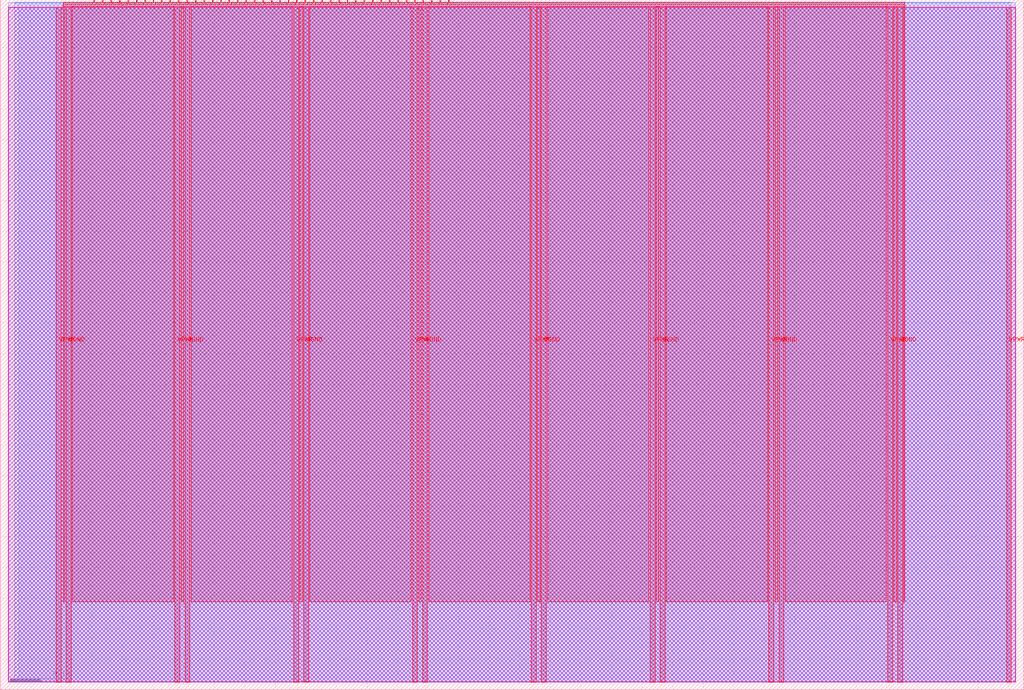
<source format=lef>
VERSION 5.7 ;
  NOWIREEXTENSIONATPIN ON ;
  DIVIDERCHAR "/" ;
  BUSBITCHARS "[]" ;
MACRO tt_um_toivoh_pwl_synth
  CLASS BLOCK ;
  FOREIGN tt_um_toivoh_pwl_synth ;
  ORIGIN 0.000 0.000 ;
  SIZE 334.880 BY 225.760 ;
  PIN VGND
    DIRECTION INOUT ;
    USE GROUND ;
    PORT
      LAYER met4 ;
        RECT 21.580 2.480 23.180 223.280 ;
    END
    PORT
      LAYER met4 ;
        RECT 60.450 2.480 62.050 223.280 ;
    END
    PORT
      LAYER met4 ;
        RECT 99.320 2.480 100.920 223.280 ;
    END
    PORT
      LAYER met4 ;
        RECT 138.190 2.480 139.790 223.280 ;
    END
    PORT
      LAYER met4 ;
        RECT 177.060 2.480 178.660 223.280 ;
    END
    PORT
      LAYER met4 ;
        RECT 215.930 2.480 217.530 223.280 ;
    END
    PORT
      LAYER met4 ;
        RECT 254.800 2.480 256.400 223.280 ;
    END
    PORT
      LAYER met4 ;
        RECT 293.670 2.480 295.270 223.280 ;
    END
  END VGND
  PIN VPWR
    DIRECTION INOUT ;
    USE POWER ;
    PORT
      LAYER met4 ;
        RECT 18.280 2.480 19.880 223.280 ;
    END
    PORT
      LAYER met4 ;
        RECT 57.150 2.480 58.750 223.280 ;
    END
    PORT
      LAYER met4 ;
        RECT 96.020 2.480 97.620 223.280 ;
    END
    PORT
      LAYER met4 ;
        RECT 134.890 2.480 136.490 223.280 ;
    END
    PORT
      LAYER met4 ;
        RECT 173.760 2.480 175.360 223.280 ;
    END
    PORT
      LAYER met4 ;
        RECT 212.630 2.480 214.230 223.280 ;
    END
    PORT
      LAYER met4 ;
        RECT 251.500 2.480 253.100 223.280 ;
    END
    PORT
      LAYER met4 ;
        RECT 290.370 2.480 291.970 223.280 ;
    END
    PORT
      LAYER met4 ;
        RECT 329.240 2.480 330.840 223.280 ;
    END
  END VPWR
  PIN clk
    DIRECTION INPUT ;
    USE SIGNAL ;
    ANTENNAGATEAREA 0.852000 ;
    PORT
      LAYER met4 ;
        RECT 143.830 224.760 144.130 225.760 ;
    END
  END clk
  PIN ena
    DIRECTION INPUT ;
    USE SIGNAL ;
    PORT
      LAYER met4 ;
        RECT 146.590 224.760 146.890 225.760 ;
    END
  END ena
  PIN rst_n
    DIRECTION INPUT ;
    USE SIGNAL ;
    ANTENNAGATEAREA 0.213000 ;
    PORT
      LAYER met4 ;
        RECT 141.070 224.760 141.370 225.760 ;
    END
  END rst_n
  PIN ui_in[0]
    DIRECTION INPUT ;
    USE SIGNAL ;
    ANTENNAGATEAREA 0.196500 ;
    PORT
      LAYER met4 ;
        RECT 138.310 224.760 138.610 225.760 ;
    END
  END ui_in[0]
  PIN ui_in[1]
    DIRECTION INPUT ;
    USE SIGNAL ;
    ANTENNAGATEAREA 0.196500 ;
    PORT
      LAYER met4 ;
        RECT 135.550 224.760 135.850 225.760 ;
    END
  END ui_in[1]
  PIN ui_in[2]
    DIRECTION INPUT ;
    USE SIGNAL ;
    ANTENNAGATEAREA 0.196500 ;
    PORT
      LAYER met4 ;
        RECT 132.790 224.760 133.090 225.760 ;
    END
  END ui_in[2]
  PIN ui_in[3]
    DIRECTION INPUT ;
    USE SIGNAL ;
    ANTENNAGATEAREA 0.196500 ;
    PORT
      LAYER met4 ;
        RECT 130.030 224.760 130.330 225.760 ;
    END
  END ui_in[3]
  PIN ui_in[4]
    DIRECTION INPUT ;
    USE SIGNAL ;
    ANTENNAGATEAREA 0.126000 ;
    PORT
      LAYER met4 ;
        RECT 127.270 224.760 127.570 225.760 ;
    END
  END ui_in[4]
  PIN ui_in[5]
    DIRECTION INPUT ;
    USE SIGNAL ;
    ANTENNAGATEAREA 0.213000 ;
    PORT
      LAYER met4 ;
        RECT 124.510 224.760 124.810 225.760 ;
    END
  END ui_in[5]
  PIN ui_in[6]
    DIRECTION INPUT ;
    USE SIGNAL ;
    ANTENNAGATEAREA 0.213000 ;
    PORT
      LAYER met4 ;
        RECT 121.750 224.760 122.050 225.760 ;
    END
  END ui_in[6]
  PIN ui_in[7]
    DIRECTION INPUT ;
    USE SIGNAL ;
    ANTENNAGATEAREA 0.213000 ;
    PORT
      LAYER met4 ;
        RECT 118.990 224.760 119.290 225.760 ;
    END
  END ui_in[7]
  PIN uio_in[0]
    DIRECTION INPUT ;
    USE SIGNAL ;
    ANTENNAGATEAREA 0.196500 ;
    PORT
      LAYER met4 ;
        RECT 116.230 224.760 116.530 225.760 ;
    END
  END uio_in[0]
  PIN uio_in[1]
    DIRECTION INPUT ;
    USE SIGNAL ;
    ANTENNAGATEAREA 0.196500 ;
    PORT
      LAYER met4 ;
        RECT 113.470 224.760 113.770 225.760 ;
    END
  END uio_in[1]
  PIN uio_in[2]
    DIRECTION INPUT ;
    USE SIGNAL ;
    ANTENNAGATEAREA 0.196500 ;
    PORT
      LAYER met4 ;
        RECT 110.710 224.760 111.010 225.760 ;
    END
  END uio_in[2]
  PIN uio_in[3]
    DIRECTION INPUT ;
    USE SIGNAL ;
    ANTENNAGATEAREA 0.196500 ;
    PORT
      LAYER met4 ;
        RECT 107.950 224.760 108.250 225.760 ;
    END
  END uio_in[3]
  PIN uio_in[4]
    DIRECTION INPUT ;
    USE SIGNAL ;
    ANTENNAGATEAREA 0.247500 ;
    PORT
      LAYER met4 ;
        RECT 105.190 224.760 105.490 225.760 ;
    END
  END uio_in[4]
  PIN uio_in[5]
    DIRECTION INPUT ;
    USE SIGNAL ;
    PORT
      LAYER met4 ;
        RECT 102.430 224.760 102.730 225.760 ;
    END
  END uio_in[5]
  PIN uio_in[6]
    DIRECTION INPUT ;
    USE SIGNAL ;
    PORT
      LAYER met4 ;
        RECT 99.670 224.760 99.970 225.760 ;
    END
  END uio_in[6]
  PIN uio_in[7]
    DIRECTION INPUT ;
    USE SIGNAL ;
    PORT
      LAYER met4 ;
        RECT 96.910 224.760 97.210 225.760 ;
    END
  END uio_in[7]
  PIN uio_oe[0]
    DIRECTION OUTPUT ;
    USE SIGNAL ;
    PORT
      LAYER met4 ;
        RECT 49.990 224.760 50.290 225.760 ;
    END
  END uio_oe[0]
  PIN uio_oe[1]
    DIRECTION OUTPUT ;
    USE SIGNAL ;
    PORT
      LAYER met4 ;
        RECT 47.230 224.760 47.530 225.760 ;
    END
  END uio_oe[1]
  PIN uio_oe[2]
    DIRECTION OUTPUT ;
    USE SIGNAL ;
    PORT
      LAYER met4 ;
        RECT 44.470 224.760 44.770 225.760 ;
    END
  END uio_oe[2]
  PIN uio_oe[3]
    DIRECTION OUTPUT ;
    USE SIGNAL ;
    PORT
      LAYER met4 ;
        RECT 41.710 224.760 42.010 225.760 ;
    END
  END uio_oe[3]
  PIN uio_oe[4]
    DIRECTION OUTPUT ;
    USE SIGNAL ;
    PORT
      LAYER met4 ;
        RECT 38.950 224.760 39.250 225.760 ;
    END
  END uio_oe[4]
  PIN uio_oe[5]
    DIRECTION OUTPUT ;
    USE SIGNAL ;
    PORT
      LAYER met4 ;
        RECT 36.190 224.760 36.490 225.760 ;
    END
  END uio_oe[5]
  PIN uio_oe[6]
    DIRECTION OUTPUT ;
    USE SIGNAL ;
    PORT
      LAYER met4 ;
        RECT 33.430 224.760 33.730 225.760 ;
    END
  END uio_oe[6]
  PIN uio_oe[7]
    DIRECTION OUTPUT ;
    USE SIGNAL ;
    PORT
      LAYER met4 ;
        RECT 30.670 224.760 30.970 225.760 ;
    END
  END uio_oe[7]
  PIN uio_out[0]
    DIRECTION OUTPUT ;
    USE SIGNAL ;
    PORT
      LAYER met4 ;
        RECT 72.070 224.760 72.370 225.760 ;
    END
  END uio_out[0]
  PIN uio_out[1]
    DIRECTION OUTPUT ;
    USE SIGNAL ;
    PORT
      LAYER met4 ;
        RECT 69.310 224.760 69.610 225.760 ;
    END
  END uio_out[1]
  PIN uio_out[2]
    DIRECTION OUTPUT ;
    USE SIGNAL ;
    PORT
      LAYER met4 ;
        RECT 66.550 224.760 66.850 225.760 ;
    END
  END uio_out[2]
  PIN uio_out[3]
    DIRECTION OUTPUT ;
    USE SIGNAL ;
    PORT
      LAYER met4 ;
        RECT 63.790 224.760 64.090 225.760 ;
    END
  END uio_out[3]
  PIN uio_out[4]
    DIRECTION OUTPUT ;
    USE SIGNAL ;
    PORT
      LAYER met4 ;
        RECT 61.030 224.760 61.330 225.760 ;
    END
  END uio_out[4]
  PIN uio_out[5]
    DIRECTION OUTPUT ;
    USE SIGNAL ;
    ANTENNADIFFAREA 0.445500 ;
    PORT
      LAYER met4 ;
        RECT 58.270 224.760 58.570 225.760 ;
    END
  END uio_out[5]
  PIN uio_out[6]
    DIRECTION OUTPUT ;
    USE SIGNAL ;
    ANTENNADIFFAREA 0.445500 ;
    PORT
      LAYER met4 ;
        RECT 55.510 224.760 55.810 225.760 ;
    END
  END uio_out[6]
  PIN uio_out[7]
    DIRECTION OUTPUT ;
    USE SIGNAL ;
    ANTENNADIFFAREA 0.445500 ;
    PORT
      LAYER met4 ;
        RECT 52.750 224.760 53.050 225.760 ;
    END
  END uio_out[7]
  PIN uo_out[0]
    DIRECTION OUTPUT ;
    USE SIGNAL ;
    ANTENNADIFFAREA 0.891000 ;
    PORT
      LAYER met4 ;
        RECT 94.150 224.760 94.450 225.760 ;
    END
  END uo_out[0]
  PIN uo_out[1]
    DIRECTION OUTPUT ;
    USE SIGNAL ;
    ANTENNADIFFAREA 0.891000 ;
    PORT
      LAYER met4 ;
        RECT 91.390 224.760 91.690 225.760 ;
    END
  END uo_out[1]
  PIN uo_out[2]
    DIRECTION OUTPUT ;
    USE SIGNAL ;
    ANTENNADIFFAREA 0.891000 ;
    PORT
      LAYER met4 ;
        RECT 88.630 224.760 88.930 225.760 ;
    END
  END uo_out[2]
  PIN uo_out[3]
    DIRECTION OUTPUT ;
    USE SIGNAL ;
    ANTENNADIFFAREA 0.891000 ;
    PORT
      LAYER met4 ;
        RECT 85.870 224.760 86.170 225.760 ;
    END
  END uo_out[3]
  PIN uo_out[4]
    DIRECTION OUTPUT ;
    USE SIGNAL ;
    ANTENNADIFFAREA 0.891000 ;
    PORT
      LAYER met4 ;
        RECT 83.110 224.760 83.410 225.760 ;
    END
  END uo_out[4]
  PIN uo_out[5]
    DIRECTION OUTPUT ;
    USE SIGNAL ;
    ANTENNADIFFAREA 0.891000 ;
    PORT
      LAYER met4 ;
        RECT 80.350 224.760 80.650 225.760 ;
    END
  END uo_out[5]
  PIN uo_out[6]
    DIRECTION OUTPUT ;
    USE SIGNAL ;
    ANTENNADIFFAREA 0.891000 ;
    PORT
      LAYER met4 ;
        RECT 77.590 224.760 77.890 225.760 ;
    END
  END uo_out[6]
  PIN uo_out[7]
    DIRECTION OUTPUT ;
    USE SIGNAL ;
    ANTENNADIFFAREA 0.891000 ;
    PORT
      LAYER met4 ;
        RECT 74.830 224.760 75.130 225.760 ;
    END
  END uo_out[7]
  OBS
      LAYER nwell ;
        RECT 2.570 2.635 332.310 223.230 ;
      LAYER li1 ;
        RECT 2.760 2.635 332.120 223.125 ;
      LAYER met1 ;
        RECT 2.760 2.480 332.120 224.700 ;
      LAYER met2 ;
        RECT 4.700 2.535 330.810 224.925 ;
      LAYER met3 ;
        RECT 6.045 2.555 330.830 224.905 ;
      LAYER met4 ;
        RECT 20.535 224.360 30.270 224.905 ;
        RECT 31.370 224.360 33.030 224.905 ;
        RECT 34.130 224.360 35.790 224.905 ;
        RECT 36.890 224.360 38.550 224.905 ;
        RECT 39.650 224.360 41.310 224.905 ;
        RECT 42.410 224.360 44.070 224.905 ;
        RECT 45.170 224.360 46.830 224.905 ;
        RECT 47.930 224.360 49.590 224.905 ;
        RECT 50.690 224.360 52.350 224.905 ;
        RECT 53.450 224.360 55.110 224.905 ;
        RECT 56.210 224.360 57.870 224.905 ;
        RECT 58.970 224.360 60.630 224.905 ;
        RECT 61.730 224.360 63.390 224.905 ;
        RECT 64.490 224.360 66.150 224.905 ;
        RECT 67.250 224.360 68.910 224.905 ;
        RECT 70.010 224.360 71.670 224.905 ;
        RECT 72.770 224.360 74.430 224.905 ;
        RECT 75.530 224.360 77.190 224.905 ;
        RECT 78.290 224.360 79.950 224.905 ;
        RECT 81.050 224.360 82.710 224.905 ;
        RECT 83.810 224.360 85.470 224.905 ;
        RECT 86.570 224.360 88.230 224.905 ;
        RECT 89.330 224.360 90.990 224.905 ;
        RECT 92.090 224.360 93.750 224.905 ;
        RECT 94.850 224.360 96.510 224.905 ;
        RECT 97.610 224.360 99.270 224.905 ;
        RECT 100.370 224.360 102.030 224.905 ;
        RECT 103.130 224.360 104.790 224.905 ;
        RECT 105.890 224.360 107.550 224.905 ;
        RECT 108.650 224.360 110.310 224.905 ;
        RECT 111.410 224.360 113.070 224.905 ;
        RECT 114.170 224.360 115.830 224.905 ;
        RECT 116.930 224.360 118.590 224.905 ;
        RECT 119.690 224.360 121.350 224.905 ;
        RECT 122.450 224.360 124.110 224.905 ;
        RECT 125.210 224.360 126.870 224.905 ;
        RECT 127.970 224.360 129.630 224.905 ;
        RECT 130.730 224.360 132.390 224.905 ;
        RECT 133.490 224.360 135.150 224.905 ;
        RECT 136.250 224.360 137.910 224.905 ;
        RECT 139.010 224.360 140.670 224.905 ;
        RECT 141.770 224.360 143.430 224.905 ;
        RECT 144.530 224.360 146.190 224.905 ;
        RECT 147.290 224.360 295.945 224.905 ;
        RECT 20.535 223.680 295.945 224.360 ;
        RECT 20.535 28.735 21.180 223.680 ;
        RECT 23.580 28.735 56.750 223.680 ;
        RECT 59.150 28.735 60.050 223.680 ;
        RECT 62.450 28.735 95.620 223.680 ;
        RECT 98.020 28.735 98.920 223.680 ;
        RECT 101.320 28.735 134.490 223.680 ;
        RECT 136.890 28.735 137.790 223.680 ;
        RECT 140.190 28.735 173.360 223.680 ;
        RECT 175.760 28.735 176.660 223.680 ;
        RECT 179.060 28.735 212.230 223.680 ;
        RECT 214.630 28.735 215.530 223.680 ;
        RECT 217.930 28.735 251.100 223.680 ;
        RECT 253.500 28.735 254.400 223.680 ;
        RECT 256.800 28.735 289.970 223.680 ;
        RECT 292.370 28.735 293.270 223.680 ;
        RECT 295.670 28.735 295.945 223.680 ;
  END
END tt_um_toivoh_pwl_synth
END LIBRARY


</source>
